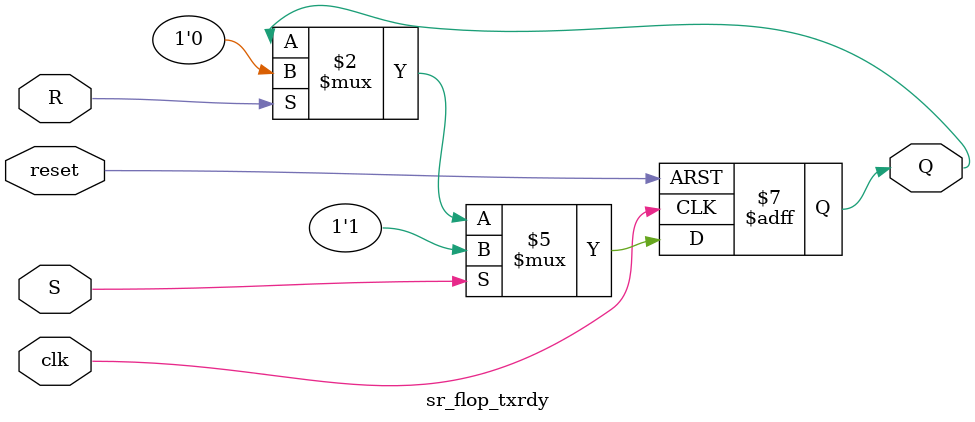
<source format=v>
`timescale 1ns / 1ps
/*********************************************************
 * File Name: sr_flop_txrdy.v
 * Project: UART
 * Designer: Michael Diep
 * Email: michaelkhangdiep@gmail.com
 * Rev. Date: March 8, 2018
 *
 * Purpose: This module is a modified SR-Flop made for our
 *          tx engine. On reset we are ready to transmit
 *          therefore, on reset Q recieves a 1'b1.
 *          On the active edge of the clock, if S is high
 *          Q recieves 1, else if R is high Q recieves a 0.
 *
 * Notes: 
 *********************************************************/
module sr_flop_txrdy(clk, reset, S, R, Q);

   input      clk, reset, S, R;
   output reg Q;
   
   always @ (posedge clk, posedge reset)
      if (reset)
         Q <= 1'b1; else 
      if (S)
         Q <= 1'b1; else
      if (R)
         Q <= 1'b0;
         
endmodule


</source>
